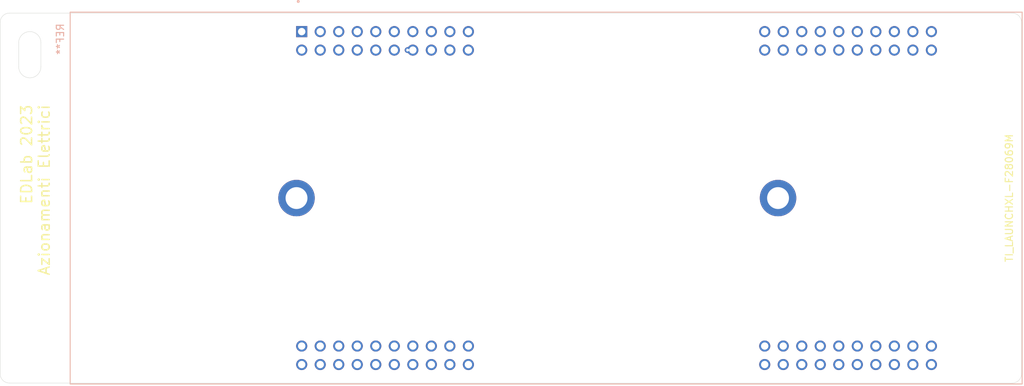
<source format=kicad_pcb>
(kicad_pcb (version 20211014) (generator pcbnew)
  (layers (0 "F.Cu" signal) (31 "B.Cu" signal) (34 "B.Paste" user) (35 "F.Paste" user) (36 "B.SilkS" user "B.Silkscreen") (37 "F.SilkS" user "F.Silkscreen") (38 "B.Mask" user) (39 "F.Mask" user) (44 "Edge.Cuts" user))
  (net 0 "")
  (footprint "kicad-files:TI_LAUNCHXL-F28069M" (layer "B.Cu") (at 146 71.12 -90)
    (fp_text reference "REF**" (at -21.825 66.6355 90) (layer "B.SilkS") (effects (justify mirror)))
    (fp_text value "TI_LAUNCHXL-F28069M" (at 0 -63.5 90) (layer "F.SilkS"))
    (fp_line (start 25.527 -65.278) (end -25.527 -65.278) (layer "B.SilkS") (width 0.127))
    (fp_line (start -25.527 -65.278) (end -25.527 65.278) (layer "B.SilkS") (width 0.127))
    (fp_line (start 25.527 65.278) (end 25.527 -65.278) (layer "B.SilkS") (width 0.127))
    (fp_line (start -25.527 65.278) (end 25.527 65.278) (layer "B.SilkS") (width 0.127))
    (fp_circle (center -27 34.0005) (end -26.9 34.0005) (layer "B.SilkS") (width 0.2) (fill none))
    (pad "1" thru_hole rect (at -22.86 33.528 270) (size 1.524 1.524) (drill 1.016) (layers F&B.Cu *.Mask))
    (pad "2" thru_hole circle (at -22.86 30.988 270) (size 1.524 1.524) (drill 1.016) (layers F&B.Cu *.Mask))
    (pad "3" thru_hole circle (at -22.86 28.448 270) (size 1.524 1.524) (drill 1.016) (layers F&B.Cu *.Mask))
    (pad "4" thru_hole circle (at -22.86 25.908 270) (size 1.524 1.524) (drill 1.016) (layers F&B.Cu *.Mask))
    (pad "5" thru_hole circle (at -22.86 23.368 270) (size 1.524 1.524) (drill 1.016) (layers F&B.Cu *.Mask))
    (pad "6" thru_hole circle (at -22.86 20.828 270) (size 1.524 1.524) (drill 1.016) (layers F&B.Cu *.Mask))
    (pad "7" thru_hole circle (at -22.86 18.288 270) (size 1.524 1.524) (drill 1.016) (layers F&B.Cu *.Mask))
    (pad "8" thru_hole circle (at -22.86 15.748 270) (size 1.524 1.524) (drill 1.016) (layers F&B.Cu *.Mask))
    (pad "9" thru_hole circle (at -22.86 13.208 270) (size 1.524 1.524) (drill 1.016) (layers F&B.Cu *.Mask))
    (pad "10" thru_hole circle (at -22.86 10.668 270) (size 1.524 1.524) (drill 1.016) (layers F&B.Cu *.Mask))
    (pad "11" thru_hole circle (at 22.86 10.668 270) (size 1.524 1.524) (drill 1.016) (layers F&B.Cu *.Mask))
    (pad "12" thru_hole circle (at 22.86 13.208 270) (size 1.524 1.524) (drill 1.016) (layers F&B.Cu *.Mask))
    (pad "13" thru_hole circle (at 22.86 15.748 270) (size 1.524 1.524) (drill 1.016) (layers F&B.Cu *.Mask))
    (pad "14" thru_hole circle (at 22.86 18.288 270) (size 1.524 1.524) (drill 1.016) (layers F&B.Cu *.Mask))
    (pad "15" thru_hole circle (at 22.86 20.828 270) (size 1.524 1.524) (drill 1.016) (layers F&B.Cu *.Mask))
    (pad "16" thru_hole circle (at 22.86 23.368 270) (size 1.524 1.524) (drill 1.016) (layers F&B.Cu *.Mask))
    (pad "17" thru_hole circle (at 22.86 25.908 270) (size 1.524 1.524) (drill 1.016) (layers F&B.Cu *.Mask))
    (pad "18" thru_hole circle (at 22.86 28.448 270) (size 1.524 1.524) (drill 1.016) (layers F&B.Cu *.Mask))
    (pad "19" thru_hole circle (at 22.86 30.988 270) (size 1.524 1.524) (drill 1.016) (layers F&B.Cu *.Mask))
    (pad "20" thru_hole circle (at 22.86 33.528 270) (size 1.524 1.524) (drill 1.016) (layers F&B.Cu *.Mask))
    (pad "21" thru_hole circle (at -20.32 33.528 270) (size 1.524 1.524) (drill 1.016) (layers F&B.Cu *.Mask))
    (pad "22" thru_hole circle (at -20.32 30.988 270) (size 1.524 1.524) (drill 1.016) (layers F&B.Cu *.Mask))
    (pad "23" thru_hole circle (at -20.32 28.448 270) (size 1.524 1.524) (drill 1.016) (layers F&B.Cu *.Mask))
    (pad "24" thru_hole circle (at -20.32 25.908 270) (size 1.524 1.524) (drill 1.016) (layers F&B.Cu *.Mask))
    (pad "25" thru_hole circle (at -20.32 23.368 270) (size 1.524 1.524) (drill 1.016) (layers F&B.Cu *.Mask))
    (pad "26" thru_hole circle (at -20.32 20.828 270) (size 1.524 1.524) (drill 1.016) (layers F&B.Cu *.Mask))
    (pad "27" thru_hole circle (at -20.32 18.288 270) (size 1.524 1.524) (drill 1.016) (layers F&B.Cu *.Mask))
    (pad "28" thru_hole circle (at -20.32 15.748 270) (size 1.524 1.524) (drill 1.016) (layers F&B.Cu *.Mask))
    (pad "29" thru_hole circle (at -20.32 13.208 270) (size 1.524 1.524) (drill 1.016) (layers F&B.Cu *.Mask))
    (pad "30" thru_hole circle (at -20.32 10.668 270) (size 1.524 1.524) (drill 1.016) (layers F&B.Cu *.Mask))
    (pad "31" thru_hole circle (at 20.32 10.668 270) (size 1.524 1.524) (drill 1.016) (layers F&B.Cu *.Mask))
    (pad "32" thru_hole circle (at 20.32 13.208 270) (size 1.524 1.524) (drill 1.016) (layers F&B.Cu *.Mask))
    (pad "33" thru_hole circle (at 20.32 15.748 270) (size 1.524 1.524) (drill 1.016) (layers F&B.Cu *.Mask))
    (pad "34" thru_hole circle (at 20.32 18.288 270) (size 1.524 1.524) (drill 1.016) (layers F&B.Cu *.Mask))
    (pad "35" thru_hole circle (at 20.32 20.828 270) (size 1.524 1.524) (drill 1.016) (layers F&B.Cu *.Mask))
    (pad "36" thru_hole circle (at 20.32 23.368 270) (size 1.524 1.524) (drill 1.016) (layers F&B.Cu *.Mask))
    (pad "37" thru_hole circle (at 20.32 25.908 270) (size 1.524 1.524) (drill 1.016) (layers F&B.Cu *.Mask))
    (pad "38" thru_hole circle (at 20.32 28.448 270) (size 1.524 1.524) (drill 1.016) (layers F&B.Cu *.Mask))
    (pad "39" thru_hole circle (at 20.32 30.988 270) (size 1.524 1.524) (drill 1.016) (layers F&B.Cu *.Mask))
    (pad "40" thru_hole circle (at 20.32 33.528 270) (size 1.524 1.524) (drill 1.016) (layers F&B.Cu *.Mask))
    (pad "41" thru_hole circle (at -22.86 -29.972 270) (size 1.524 1.524) (drill 1.016) (layers F&B.Cu *.Mask))
    (pad "42" thru_hole circle (at -22.86 -32.512 270) (size 1.524 1.524) (drill 1.016) (layers F&B.Cu *.Mask))
    (pad "43" thru_hole circle (at -22.86 -35.052 270) (size 1.524 1.524) (drill 1.016) (layers F&B.Cu *.Mask))
    (pad "44" thru_hole circle (at -22.86 -37.592 270) (size 1.524 1.524) (drill 1.016) (layers F&B.Cu *.Mask))
    (pad "45" thru_hole circle (at -22.86 -40.132 270) (size 1.524 1.524) (drill 1.016) (layers F&B.Cu *.Mask))
    (pad "46" thru_hole circle (at -22.86 -42.672 270) (size 1.524 1.524) (drill 1.016) (layers F&B.Cu *.Mask))
    (pad "47" thru_hole circle (at -22.86 -45.212 270) (size 1.524 1.524) (drill 1.016) (layers F&B.Cu *.Mask))
    (pad "48" thru_hole circle (at -22.86 -47.752 270) (size 1.524 1.524) (drill 1.016) (layers F&B.Cu *.Mask))
    (pad "49" thru_hole circle (at -22.86 -50.292 270) (size 1.524 1.524) (drill 1.016) (layers F&B.Cu *.Mask))
    (pad "50" thru_hole circle (at -22.86 -52.832 270) (size 1.524 1.524) (drill 1.016) (layers F&B.Cu *.Mask))
    (pad "51" thru_hole circle (at 22.86 -52.832 270) (size 1.524 1.524) (drill 1.016) (layers F&B.Cu *.Mask))
    (pad "52" thru_hole circle (at 22.86 -50.292 270) (size 1.524 1.524) (drill 1.016) (layers F&B.Cu *.Mask))
    (pad "53" thru_hole circle (at 22.86 -47.752 270) (size 1.524 1.524) (drill 1.016) (layers F&B.Cu *.Mask))
    (pad "54" thru_hole circle (at 22.86 -45.212 270) (size 1.524 1.524) (drill 1.016) (layers F&B.Cu *.Mask))
    (pad "55" thru_hole circle (at 22.86 -42.672 270) (size 1.524 1.524) (drill 1.016) (layers F&B.Cu *.Mask))
    (pad "56" thru_hole circle (at 22.86 -40.132 270) (size 1.524 1.524) (drill 1.016) (layers F&B.Cu *.Mask))
    (pad "57" thru_hole circle (at 22.86 -37.592 270) (size 1.524 1.524) (drill 1.016) (layers F&B.Cu *.Mask))
    (pad "58" thru_hole circle (at 22.86 -35.052 270) (size 1.524 1.524) (drill 1.016) (layers F&B.Cu *.Mask))
    (pad "59" thru_hole circle (at 22.86 -32.512 270) (size 1.524 1.524) (drill 1.016) (layers F&B.Cu *.Mask))
    (pad "60" thru_hole circle (at 22.86 -29.972 270) (size 1.524 1.524) (drill 1.016) (layers F&B.Cu *.Mask))
    (pad "61" thru_hole circle (at -20.32 -29.972 270) (size 1.524 1.524) (drill 1.016) (layers F&B.Cu *.Mask))
    (pad "62" thru_hole circle (at -20.32 -32.512 270) (size 1.524 1.524) (drill 1.016) (layers F&B.Cu *.Mask))
    (pad "63" thru_hole circle (at -20.32 -35.052 270) (size 1.524 1.524) (drill 1.016) (layers F&B.Cu *.Mask))
    (pad "64" thru_hole circle (at -20.32 -37.592 270) (size 1.524 1.524) (drill 1.016) (layers F&B.Cu *.Mask))
    (pad "65" thru_hole circle (at -20.32 -40.132 270) (size 1.524 1.524) (drill 1.016) (layers F&B.Cu *.Mask))
    (pad "66" thru_hole circle (at -20.32 -42.672 270) (size 1.524 1.524) (drill 1.016) (layers F&B.Cu *.Mask))
    (pad "67" thru_hole circle (at -20.32 -45.212 270) (size 1.524 1.524) (drill 1.016) (layers F&B.Cu *.Mask))
    (pad "68" thru_hole circle (at -20.32 -47.752 270) (size 1.524 1.524) (drill 1.016) (layers F&B.Cu *.Mask))
    (pad "69" thru_hole circle (at -20.32 -50.292 270) (size 1.524 1.524) (drill 1.016) (layers F&B.Cu *.Mask))
    (pad "70" thru_hole circle (at -20.32 -52.832 270) (size 1.524 1.524) (drill 1.016) (layers F&B.Cu *.Mask))
    (pad "71" thru_hole circle (at 20.32 -52.832 270) (size 1.524 1.524) (drill 1.016) (layers F&B.Cu *.Mask))
    (pad "72" thru_hole circle (at 20.32 -50.292 270) (size 1.524 1.524) (drill 1.016) (layers F&B.Cu *.Mask))
    (pad "73" thru_hole circle (at 20.32 -47.752 270) (size 1.524 1.524) (drill 1.016) (layers F&B.Cu *.Mask))
    (pad "74" thru_hole circle (at 20.32 -45.212 270) (size 1.524 1.524) (drill 1.016) (layers F&B.Cu *.Mask))
    (pad "75" thru_hole circle (at 20.32 -42.672 270) (size 1.524 1.524) (drill 1.016) (layers F&B.Cu *.Mask))
    (pad "76" thru_hole circle (at 20.32 -40.132 270) (size 1.524 1.524) (drill 1.016) (layers F&B.Cu *.Mask))
    (pad "77" thru_hole circle (at 20.32 -37.592 270) (size 1.524 1.524) (drill 1.016) (layers F&B.Cu *.Mask))
    (pad "78" thru_hole circle (at 20.32 -35.052 270) (size 1.524 1.524) (drill 1.016) (layers F&B.Cu *.Mask))
    (pad "79" thru_hole circle (at 20.32 -32.512 270) (size 1.524 1.524) (drill 1.016) (layers F&B.Cu *.Mask))
    (pad "80" thru_hole circle (at 20.32 -29.972 270) (size 1.524 1.524) (drill 1.016) (layers F&B.Cu *.Mask))
  )
  (gr_arc (start 211.191974 95.25) (mid 210.82 96.148026) (end 209.921974 96.52) (layer "Edge.Cuts") (width 0.05))
  (gr_arc (start 76.708 53.086) (mid 75.184 54.61) (end 73.66 53.086) (layer "Edge.Cuts") (width 0.05))
  (gr_line (start 211.191974 46.99) (end 211.191974 95.25) (layer "Edge.Cuts") (width 0.05))
  (gr_line (start 71.12 95.25) (end 71.12 46.99) (layer "Edge.Cuts") (width 0.05))
  (gr_line (start 72.39 45.72) (end 209.921974 45.72) (layer "Edge.Cuts") (width 0.05))
  (gr_line (start 76.708 49.784) (end 76.708 53.086) (layer "Edge.Cuts") (width 0.05))
  (gr_arc (start 73.66 49.784) (mid 75.184 48.26) (end 76.708 49.784) (layer "Edge.Cuts") (width 0.05))
  (gr_arc (start 209.921974 45.72) (mid 210.82 46.091974) (end 211.191974 46.99) (layer "Edge.Cuts") (width 0.05))
  (gr_arc (start 72.39 96.52) (mid 71.491974 96.148026) (end 71.12 95.25) (layer "Edge.Cuts") (width 0.05))
  (gr_line (start 209.921974 96.52) (end 72.39 96.52) (layer "Edge.Cuts") (width 0.05))
  (gr_line (start 73.66 49.784) (end 73.66 53.086) (layer "Edge.Cuts") (width 0.05))
  (gr_arc (start 71.12 46.99) (mid 71.491974 46.091974) (end 72.39 45.72) (layer "Edge.Cuts") (width 0.05))
  (gr_text "EDLab 2023\nAzionamenti Elettrici" (at 75.946 58.166 90) (layer "F.SilkS") (effects (font (size 1.5 1.5) (thickness 0.2)) (justify right)))
  (via (at 177.8 71.12) (size 5) (drill 3) (layers "F.Cu" "B.Cu") (net 0))
  (via (at 127 50.8) (size 0.8) (drill 0.4) (layers "F.Cu" "B.Cu") (net 0))
  (via (at 111.76 71.12) (size 5) (drill 3) (layers "F.Cu" "B.Cu") (net 0))
)
</source>
